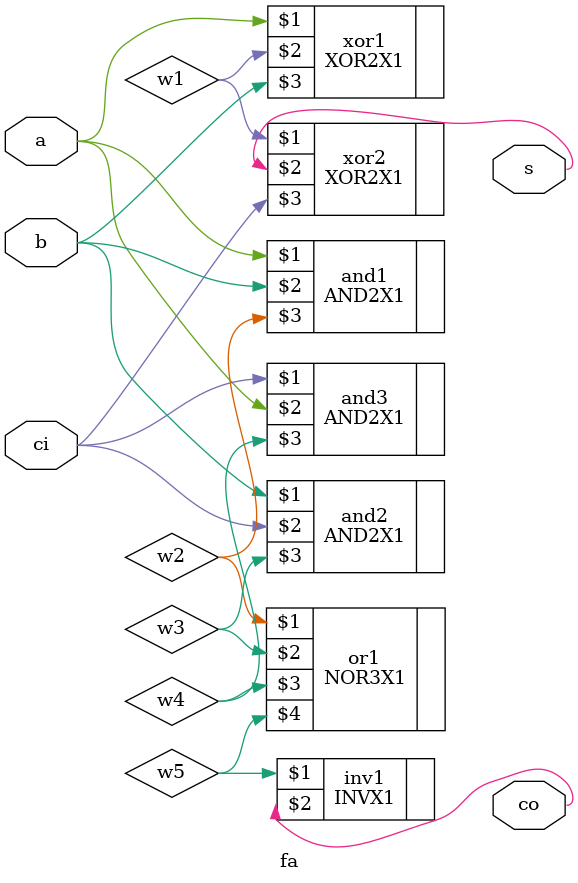
<source format=v>
module fa(a,b,ci,s,co);
  input a,b,ci;
  output s,co;
  
  wire w1,w2,w3,w4,w5;

  XOR2X1 xor1(a,w1,b);
  XOR2X1 xor2(w1,s,ci);

  AND2X1 and1(a,b,w2);
  AND2X1 and2(b,ci,w3);
  AND2X1 and3(ci,a,w4);
  NOR3X1 or1(w2,w3,w4,w5);
  INVX1 inv1(w5,co);
endmodule 

</source>
